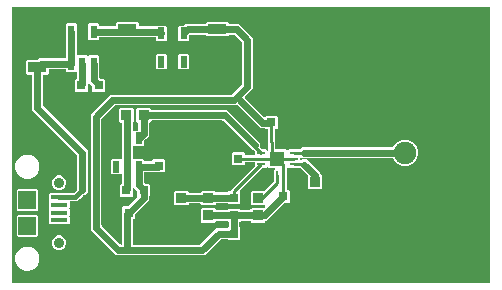
<source format=gtl>
G04 EAGLE Gerber RS-274X export*
G75*
%MOMM*%
%FSLAX34Y34*%
%LPD*%
%INTop Copper*%
%IPPOS*%
%AMOC8*
5,1,8,0,0,1.08239X$1,22.5*%
G01*
%ADD10R,0.700000X0.250000*%
%ADD11R,0.250000X0.700000*%
%ADD12R,1.270000X1.270000*%
%ADD13R,0.950000X0.950000*%
%ADD14R,0.800000X0.800000*%
%ADD15R,0.600000X1.000000*%
%ADD16C,1.905000*%
%ADD17P,2.749271X8X202.500000*%
%ADD18R,0.600000X1.100000*%
%ADD19R,1.600000X0.900000*%
%ADD20R,1.450000X0.400000*%
%ADD21C,0.900000*%
%ADD22R,1.500000X1.550000*%
%ADD23C,0.654000*%
%ADD24C,0.254000*%
%ADD25C,0.609600*%
%ADD26C,0.558800*%
%ADD27C,0.406400*%

G36*
X408198Y3814D02*
X408198Y3814D01*
X408217Y3812D01*
X408319Y3834D01*
X408421Y3850D01*
X408438Y3860D01*
X408458Y3864D01*
X408547Y3917D01*
X408638Y3966D01*
X408652Y3980D01*
X408669Y3990D01*
X408736Y4069D01*
X408808Y4144D01*
X408816Y4162D01*
X408829Y4177D01*
X408868Y4273D01*
X408911Y4367D01*
X408913Y4387D01*
X408921Y4405D01*
X408939Y4572D01*
X408939Y236728D01*
X408936Y236748D01*
X408938Y236767D01*
X408916Y236869D01*
X408900Y236971D01*
X408890Y236988D01*
X408886Y237008D01*
X408833Y237097D01*
X408784Y237188D01*
X408770Y237202D01*
X408760Y237219D01*
X408681Y237286D01*
X408606Y237358D01*
X408588Y237366D01*
X408573Y237379D01*
X408477Y237418D01*
X408383Y237461D01*
X408363Y237463D01*
X408345Y237471D01*
X408178Y237489D01*
X4572Y237489D01*
X4552Y237486D01*
X4533Y237488D01*
X4431Y237466D01*
X4329Y237450D01*
X4312Y237440D01*
X4292Y237436D01*
X4203Y237383D01*
X4112Y237334D01*
X4098Y237320D01*
X4081Y237310D01*
X4014Y237231D01*
X3942Y237156D01*
X3934Y237138D01*
X3921Y237123D01*
X3882Y237027D01*
X3839Y236933D01*
X3837Y236913D01*
X3829Y236895D01*
X3811Y236728D01*
X3811Y4572D01*
X3814Y4552D01*
X3812Y4533D01*
X3834Y4431D01*
X3850Y4329D01*
X3860Y4312D01*
X3864Y4292D01*
X3917Y4203D01*
X3966Y4112D01*
X3980Y4098D01*
X3990Y4081D01*
X4069Y4014D01*
X4144Y3942D01*
X4162Y3934D01*
X4177Y3921D01*
X4273Y3882D01*
X4367Y3839D01*
X4387Y3837D01*
X4405Y3829D01*
X4572Y3811D01*
X408178Y3811D01*
X408198Y3814D01*
G37*
%LPC*%
G36*
X92086Y27177D02*
X92086Y27177D01*
X70357Y48906D01*
X70357Y146674D01*
X87006Y163323D01*
X189561Y163323D01*
X189651Y163337D01*
X189742Y163345D01*
X189771Y163357D01*
X189803Y163362D01*
X189884Y163405D01*
X189968Y163441D01*
X190000Y163467D01*
X190021Y163478D01*
X190043Y163501D01*
X190099Y163546D01*
X198404Y171851D01*
X198457Y171925D01*
X198517Y171995D01*
X198529Y172025D01*
X198548Y172051D01*
X198575Y172138D01*
X198609Y172223D01*
X198613Y172264D01*
X198620Y172286D01*
X198619Y172318D01*
X198627Y172389D01*
X198627Y207341D01*
X198613Y207431D01*
X198605Y207522D01*
X198593Y207551D01*
X198588Y207583D01*
X198545Y207664D01*
X198509Y207748D01*
X198483Y207780D01*
X198472Y207801D01*
X198449Y207823D01*
X198404Y207879D01*
X192379Y213904D01*
X192305Y213957D01*
X192235Y214017D01*
X192205Y214029D01*
X192179Y214048D01*
X192092Y214075D01*
X192007Y214109D01*
X191966Y214113D01*
X191944Y214120D01*
X191912Y214119D01*
X191841Y214127D01*
X188086Y214127D01*
X188066Y214124D01*
X188047Y214126D01*
X187945Y214104D01*
X187843Y214088D01*
X187826Y214078D01*
X187806Y214074D01*
X187717Y214021D01*
X187626Y213972D01*
X187612Y213958D01*
X187595Y213948D01*
X187528Y213869D01*
X187456Y213794D01*
X187448Y213776D01*
X187435Y213761D01*
X187396Y213665D01*
X187375Y213619D01*
X186432Y212675D01*
X169168Y212675D01*
X168236Y213608D01*
X168236Y213609D01*
X168226Y213626D01*
X168222Y213646D01*
X168169Y213735D01*
X168120Y213826D01*
X168106Y213840D01*
X168096Y213857D01*
X168017Y213924D01*
X167942Y213996D01*
X167924Y214004D01*
X167909Y214017D01*
X167813Y214056D01*
X167719Y214099D01*
X167699Y214101D01*
X167681Y214109D01*
X167514Y214127D01*
X154909Y214127D01*
X154820Y214113D01*
X154728Y214105D01*
X154699Y214093D01*
X154667Y214088D01*
X154586Y214045D01*
X154502Y214009D01*
X154470Y213983D01*
X154449Y213972D01*
X154427Y213949D01*
X154371Y213904D01*
X153948Y213481D01*
X153895Y213407D01*
X153835Y213337D01*
X153823Y213307D01*
X153804Y213281D01*
X153777Y213194D01*
X153743Y213109D01*
X153739Y213068D01*
X153732Y213046D01*
X153733Y213014D01*
X153725Y212943D01*
X153725Y209568D01*
X152832Y208675D01*
X145568Y208675D01*
X144675Y209568D01*
X144675Y212943D01*
X144661Y213033D01*
X144653Y213124D01*
X144641Y213154D01*
X144636Y213185D01*
X144627Y213201D01*
X144627Y217217D01*
X144657Y217291D01*
X144661Y217331D01*
X144668Y217354D01*
X144667Y217386D01*
X144675Y217457D01*
X144675Y220832D01*
X145568Y221725D01*
X148943Y221725D01*
X149033Y221739D01*
X149124Y221747D01*
X149153Y221759D01*
X149185Y221764D01*
X149266Y221807D01*
X149350Y221843D01*
X149382Y221869D01*
X149403Y221880D01*
X149425Y221903D01*
X149481Y221948D01*
X150806Y223273D01*
X167514Y223273D01*
X167534Y223276D01*
X167553Y223274D01*
X167655Y223296D01*
X167757Y223312D01*
X167774Y223322D01*
X167794Y223326D01*
X167883Y223379D01*
X167974Y223428D01*
X167988Y223442D01*
X168005Y223452D01*
X168072Y223531D01*
X168144Y223606D01*
X168152Y223624D01*
X168165Y223639D01*
X168204Y223735D01*
X168225Y223781D01*
X169168Y224725D01*
X186432Y224725D01*
X187364Y223792D01*
X187364Y223791D01*
X187374Y223774D01*
X187378Y223754D01*
X187431Y223665D01*
X187480Y223574D01*
X187494Y223560D01*
X187504Y223543D01*
X187583Y223476D01*
X187658Y223404D01*
X187676Y223396D01*
X187691Y223383D01*
X187787Y223344D01*
X187881Y223301D01*
X187901Y223299D01*
X187919Y223291D01*
X188086Y223273D01*
X195944Y223273D01*
X207773Y211444D01*
X207773Y168286D01*
X201315Y161828D01*
X201303Y161812D01*
X201288Y161800D01*
X201232Y161712D01*
X201172Y161629D01*
X201166Y161610D01*
X201155Y161593D01*
X201130Y161492D01*
X201099Y161393D01*
X201100Y161374D01*
X201095Y161354D01*
X201103Y161251D01*
X201106Y161148D01*
X201112Y161129D01*
X201114Y161109D01*
X201154Y161014D01*
X201190Y160917D01*
X201203Y160901D01*
X201210Y160883D01*
X201315Y160752D01*
X217267Y144800D01*
X217283Y144788D01*
X217296Y144773D01*
X217383Y144717D01*
X217467Y144656D01*
X217486Y144650D01*
X217503Y144640D01*
X217603Y144614D01*
X217702Y144584D01*
X217722Y144584D01*
X217741Y144580D01*
X217844Y144588D01*
X217948Y144590D01*
X217966Y144597D01*
X217986Y144599D01*
X218081Y144639D01*
X218179Y144675D01*
X218194Y144687D01*
X218213Y144695D01*
X218344Y144800D01*
X218888Y145345D01*
X228152Y145345D01*
X229045Y144452D01*
X229045Y135188D01*
X228152Y134295D01*
X227076Y134295D01*
X227056Y134292D01*
X227037Y134294D01*
X226935Y134272D01*
X226833Y134256D01*
X226816Y134246D01*
X226796Y134242D01*
X226707Y134189D01*
X226616Y134140D01*
X226602Y134126D01*
X226585Y134116D01*
X226518Y134037D01*
X226446Y133962D01*
X226438Y133944D01*
X226425Y133929D01*
X226386Y133833D01*
X226343Y133739D01*
X226341Y133719D01*
X226333Y133701D01*
X226315Y133534D01*
X226315Y127727D01*
X226329Y127637D01*
X226337Y127546D01*
X226349Y127516D01*
X226354Y127484D01*
X226375Y127446D01*
X226375Y124713D01*
X226389Y124623D01*
X226395Y124556D01*
X226395Y117856D01*
X226398Y117836D01*
X226396Y117817D01*
X226418Y117715D01*
X226434Y117613D01*
X226444Y117596D01*
X226448Y117576D01*
X226501Y117487D01*
X226550Y117396D01*
X226564Y117382D01*
X226574Y117365D01*
X226653Y117298D01*
X226728Y117226D01*
X226746Y117218D01*
X226761Y117205D01*
X226857Y117166D01*
X226951Y117123D01*
X226971Y117121D01*
X226989Y117113D01*
X227156Y117095D01*
X235582Y117095D01*
X236537Y116140D01*
X236553Y116128D01*
X236565Y116112D01*
X236653Y116056D01*
X236736Y115996D01*
X236755Y115990D01*
X236772Y115979D01*
X236873Y115954D01*
X236972Y115924D01*
X236991Y115924D01*
X237011Y115919D01*
X237114Y115927D01*
X237217Y115930D01*
X237236Y115937D01*
X237256Y115938D01*
X237351Y115979D01*
X237448Y116014D01*
X237464Y116027D01*
X237482Y116035D01*
X237613Y116140D01*
X238468Y116995D01*
X241107Y116995D01*
X241197Y117009D01*
X241288Y117017D01*
X241318Y117029D01*
X241350Y117034D01*
X241430Y117077D01*
X241472Y117095D01*
X247832Y117095D01*
X247922Y117109D01*
X248013Y117117D01*
X248043Y117129D01*
X248075Y117134D01*
X248155Y117177D01*
X248239Y117213D01*
X248271Y117239D01*
X248292Y117250D01*
X248314Y117273D01*
X248370Y117318D01*
X249671Y118619D01*
X325870Y118619D01*
X325985Y118638D01*
X326101Y118655D01*
X326107Y118657D01*
X326113Y118658D01*
X326215Y118713D01*
X326320Y118766D01*
X326325Y118771D01*
X326330Y118774D01*
X326410Y118858D01*
X326493Y118942D01*
X326496Y118948D01*
X326500Y118952D01*
X326507Y118969D01*
X326573Y119089D01*
X327183Y120559D01*
X330291Y123667D01*
X334352Y125350D01*
X338748Y125350D01*
X342809Y123667D01*
X345917Y120559D01*
X347600Y116498D01*
X347600Y112102D01*
X345917Y108041D01*
X342809Y104933D01*
X338748Y103250D01*
X334352Y103250D01*
X330291Y104933D01*
X327183Y108041D01*
X326573Y109511D01*
X326512Y109611D01*
X326452Y109711D01*
X326447Y109715D01*
X326444Y109720D01*
X326354Y109795D01*
X326265Y109871D01*
X326259Y109873D01*
X326254Y109877D01*
X326146Y109919D01*
X326037Y109963D01*
X326029Y109964D01*
X326025Y109965D01*
X326006Y109966D01*
X325870Y109981D01*
X249671Y109981D01*
X248924Y110728D01*
X248866Y110770D01*
X248814Y110819D01*
X248767Y110841D01*
X248725Y110872D01*
X248656Y110893D01*
X248591Y110923D01*
X248539Y110929D01*
X248489Y110944D01*
X248418Y110942D01*
X248347Y110950D01*
X248296Y110939D01*
X248244Y110938D01*
X248176Y110913D01*
X248106Y110898D01*
X248061Y110871D01*
X248013Y110853D01*
X247957Y110808D01*
X247895Y110772D01*
X247861Y110732D01*
X247821Y110700D01*
X247782Y110639D01*
X247735Y110585D01*
X247716Y110536D01*
X247688Y110493D01*
X247670Y110423D01*
X247643Y110357D01*
X247635Y110285D01*
X247627Y110254D01*
X247629Y110231D01*
X247625Y110190D01*
X247625Y108250D01*
X247636Y108179D01*
X247638Y108108D01*
X247656Y108059D01*
X247664Y108007D01*
X247698Y107944D01*
X247723Y107877D01*
X247755Y107836D01*
X247780Y107790D01*
X247832Y107741D01*
X247876Y107685D01*
X247920Y107657D01*
X247958Y107621D01*
X248023Y107590D01*
X248083Y107552D01*
X248134Y107539D01*
X248181Y107517D01*
X248252Y107509D01*
X248322Y107492D01*
X248374Y107496D01*
X248425Y107490D01*
X248496Y107505D01*
X248567Y107511D01*
X248615Y107531D01*
X248666Y107542D01*
X248727Y107579D01*
X248793Y107607D01*
X248849Y107652D01*
X248877Y107668D01*
X248892Y107686D01*
X248924Y107712D01*
X249671Y108459D01*
X253249Y108459D01*
X264669Y97039D01*
X264669Y96836D01*
X264672Y96816D01*
X264670Y96797D01*
X264692Y96695D01*
X264708Y96593D01*
X264718Y96576D01*
X264722Y96556D01*
X264775Y96467D01*
X264824Y96376D01*
X264838Y96362D01*
X264848Y96345D01*
X264927Y96278D01*
X265002Y96206D01*
X265020Y96198D01*
X265035Y96185D01*
X265131Y96146D01*
X265225Y96103D01*
X265245Y96101D01*
X265263Y96093D01*
X265430Y96075D01*
X265732Y96075D01*
X266625Y95182D01*
X266625Y84418D01*
X265732Y83525D01*
X254968Y83525D01*
X254075Y84418D01*
X254075Y95102D01*
X254061Y95192D01*
X254053Y95283D01*
X254041Y95313D01*
X254036Y95345D01*
X253993Y95425D01*
X253957Y95509D01*
X253931Y95541D01*
X253920Y95562D01*
X253897Y95584D01*
X253852Y95640D01*
X248290Y101202D01*
X248216Y101255D01*
X248147Y101315D01*
X248117Y101327D01*
X248090Y101346D01*
X248003Y101373D01*
X247919Y101407D01*
X247878Y101411D01*
X247855Y101418D01*
X247823Y101417D01*
X247752Y101425D01*
X241278Y101425D01*
X241274Y101427D01*
X241233Y101431D01*
X241211Y101438D01*
X241178Y101437D01*
X241107Y101445D01*
X238468Y101445D01*
X237694Y102219D01*
X237636Y102261D01*
X237584Y102311D01*
X237537Y102333D01*
X237495Y102363D01*
X237426Y102384D01*
X237361Y102414D01*
X237309Y102420D01*
X237259Y102435D01*
X237188Y102433D01*
X237117Y102441D01*
X237066Y102430D01*
X237014Y102429D01*
X236946Y102404D01*
X236876Y102389D01*
X236831Y102362D01*
X236783Y102345D01*
X236727Y102300D01*
X236665Y102263D01*
X236631Y102223D01*
X236591Y102191D01*
X236552Y102131D01*
X236505Y102076D01*
X236486Y102028D01*
X236458Y101984D01*
X236440Y101914D01*
X236413Y101848D01*
X236405Y101777D01*
X236397Y101745D01*
X236399Y101722D01*
X236395Y101681D01*
X236395Y83636D01*
X236398Y83616D01*
X236396Y83597D01*
X236418Y83495D01*
X236434Y83393D01*
X236444Y83376D01*
X236448Y83356D01*
X236501Y83267D01*
X236550Y83176D01*
X236564Y83162D01*
X236574Y83145D01*
X236653Y83078D01*
X236728Y83006D01*
X236746Y82998D01*
X236761Y82985D01*
X236857Y82946D01*
X236951Y82903D01*
X236971Y82901D01*
X236989Y82893D01*
X237156Y82875D01*
X238312Y82875D01*
X239205Y81982D01*
X239205Y72718D01*
X238312Y71825D01*
X234937Y71825D01*
X234847Y71811D01*
X234756Y71803D01*
X234727Y71791D01*
X234695Y71786D01*
X234614Y71743D01*
X234530Y71707D01*
X234498Y71681D01*
X234477Y71670D01*
X234455Y71647D01*
X234399Y71602D01*
X219554Y56757D01*
X219126Y56757D01*
X219106Y56754D01*
X219087Y56756D01*
X218985Y56734D01*
X218883Y56718D01*
X218866Y56708D01*
X218846Y56704D01*
X218757Y56651D01*
X218666Y56602D01*
X218652Y56588D01*
X218635Y56578D01*
X218568Y56499D01*
X218496Y56424D01*
X218488Y56406D01*
X218475Y56391D01*
X218436Y56295D01*
X218393Y56201D01*
X218391Y56181D01*
X218383Y56163D01*
X218365Y55996D01*
X218365Y55948D01*
X217472Y55055D01*
X206708Y55055D01*
X205815Y55948D01*
X205815Y55996D01*
X205812Y56016D01*
X205814Y56035D01*
X205792Y56137D01*
X205776Y56239D01*
X205766Y56256D01*
X205762Y56276D01*
X205709Y56365D01*
X205660Y56456D01*
X205646Y56470D01*
X205636Y56487D01*
X205557Y56554D01*
X205482Y56626D01*
X205464Y56634D01*
X205449Y56647D01*
X205353Y56686D01*
X205259Y56729D01*
X205239Y56731D01*
X205221Y56739D01*
X205054Y56757D01*
X197919Y56757D01*
X197829Y56743D01*
X197738Y56735D01*
X197708Y56723D01*
X197676Y56718D01*
X197595Y56675D01*
X197512Y56639D01*
X197479Y56613D01*
X197459Y56602D01*
X197437Y56579D01*
X197381Y56534D01*
X196566Y55719D01*
X196513Y55645D01*
X196453Y55576D01*
X196441Y55546D01*
X196422Y55520D01*
X196395Y55433D01*
X196361Y55348D01*
X196357Y55307D01*
X196350Y55285D01*
X196351Y55252D01*
X196343Y55181D01*
X196343Y51499D01*
X196357Y51409D01*
X196365Y51318D01*
X196377Y51288D01*
X196382Y51256D01*
X196425Y51175D01*
X196461Y51092D01*
X196487Y51059D01*
X196498Y51039D01*
X196521Y51017D01*
X196566Y50961D01*
X197295Y50232D01*
X197295Y40968D01*
X196402Y40075D01*
X187138Y40075D01*
X186409Y40804D01*
X186335Y40857D01*
X186266Y40917D01*
X186236Y40929D01*
X186210Y40948D01*
X186123Y40975D01*
X186038Y41009D01*
X185997Y41013D01*
X185975Y41020D01*
X185942Y41019D01*
X185871Y41027D01*
X181159Y41027D01*
X181069Y41013D01*
X180978Y41005D01*
X180949Y40993D01*
X180917Y40988D01*
X180836Y40945D01*
X180752Y40909D01*
X180720Y40883D01*
X180699Y40872D01*
X180677Y40849D01*
X180621Y40804D01*
X166994Y27177D01*
X92086Y27177D01*
G37*
%LPD*%
G36*
X162981Y36337D02*
X162981Y36337D01*
X163072Y36345D01*
X163101Y36357D01*
X163133Y36362D01*
X163214Y36405D01*
X163298Y36441D01*
X163330Y36467D01*
X163351Y36478D01*
X163373Y36501D01*
X163429Y36546D01*
X177056Y50173D01*
X185871Y50173D01*
X185961Y50187D01*
X186052Y50195D01*
X186082Y50207D01*
X186114Y50212D01*
X186195Y50255D01*
X186278Y50291D01*
X186311Y50317D01*
X186331Y50328D01*
X186353Y50351D01*
X186409Y50396D01*
X186974Y50961D01*
X187027Y51035D01*
X187087Y51104D01*
X187099Y51134D01*
X187118Y51160D01*
X187145Y51247D01*
X187179Y51332D01*
X187183Y51373D01*
X187190Y51395D01*
X187189Y51428D01*
X187197Y51499D01*
X187197Y55181D01*
X187183Y55271D01*
X187175Y55362D01*
X187163Y55392D01*
X187158Y55424D01*
X187115Y55505D01*
X187079Y55588D01*
X187053Y55621D01*
X187042Y55641D01*
X187019Y55663D01*
X186974Y55719D01*
X186409Y56284D01*
X186335Y56337D01*
X186266Y56397D01*
X186236Y56409D01*
X186210Y56428D01*
X186123Y56455D01*
X186038Y56489D01*
X185997Y56493D01*
X185975Y56500D01*
X185942Y56499D01*
X185871Y56507D01*
X177216Y56507D01*
X177196Y56504D01*
X177177Y56506D01*
X177075Y56484D01*
X176973Y56468D01*
X176956Y56458D01*
X176936Y56454D01*
X176847Y56401D01*
X176756Y56352D01*
X176742Y56338D01*
X176725Y56328D01*
X176658Y56249D01*
X176586Y56174D01*
X176578Y56156D01*
X176565Y56141D01*
X176526Y56045D01*
X176505Y55999D01*
X175562Y55055D01*
X164798Y55055D01*
X163905Y55948D01*
X163905Y66712D01*
X164798Y67605D01*
X175562Y67605D01*
X176455Y66712D01*
X176455Y66414D01*
X176458Y66394D01*
X176456Y66375D01*
X176478Y66273D01*
X176494Y66171D01*
X176504Y66154D01*
X176508Y66134D01*
X176561Y66045D01*
X176610Y65954D01*
X176624Y65940D01*
X176634Y65923D01*
X176713Y65856D01*
X176788Y65784D01*
X176806Y65776D01*
X176821Y65763D01*
X176917Y65724D01*
X177011Y65681D01*
X177031Y65679D01*
X177049Y65671D01*
X177216Y65653D01*
X185871Y65653D01*
X185961Y65667D01*
X186052Y65675D01*
X186082Y65687D01*
X186114Y65692D01*
X186195Y65735D01*
X186278Y65771D01*
X186311Y65797D01*
X186331Y65808D01*
X186353Y65831D01*
X186409Y65876D01*
X187138Y66605D01*
X196402Y66605D01*
X196881Y66126D01*
X196955Y66073D01*
X197024Y66013D01*
X197054Y66001D01*
X197080Y65982D01*
X197167Y65955D01*
X197252Y65921D01*
X197293Y65917D01*
X197315Y65910D01*
X197348Y65911D01*
X197419Y65903D01*
X205054Y65903D01*
X205074Y65906D01*
X205093Y65904D01*
X205195Y65926D01*
X205297Y65942D01*
X205314Y65952D01*
X205334Y65956D01*
X205423Y66009D01*
X205514Y66058D01*
X205528Y66072D01*
X205545Y66082D01*
X205612Y66161D01*
X205684Y66236D01*
X205692Y66254D01*
X205705Y66269D01*
X205744Y66365D01*
X205787Y66459D01*
X205789Y66479D01*
X205797Y66497D01*
X205815Y66664D01*
X205815Y66712D01*
X206708Y67605D01*
X217153Y67605D01*
X217242Y67619D01*
X217334Y67627D01*
X217363Y67639D01*
X217395Y67644D01*
X217476Y67687D01*
X217560Y67723D01*
X217592Y67749D01*
X217613Y67760D01*
X217635Y67783D01*
X217691Y67828D01*
X218119Y68256D01*
X218161Y68314D01*
X218210Y68366D01*
X218232Y68413D01*
X218262Y68455D01*
X218284Y68524D01*
X218314Y68589D01*
X218319Y68641D01*
X218335Y68691D01*
X218333Y68762D01*
X218341Y68833D01*
X218330Y68884D01*
X218328Y68936D01*
X218304Y69004D01*
X218289Y69074D01*
X218262Y69119D01*
X218244Y69167D01*
X218199Y69223D01*
X218162Y69285D01*
X218123Y69319D01*
X218090Y69359D01*
X218030Y69398D01*
X217976Y69445D01*
X217927Y69464D01*
X217883Y69492D01*
X217814Y69510D01*
X217747Y69537D01*
X217676Y69545D01*
X217645Y69553D01*
X217622Y69551D01*
X217581Y69555D01*
X206708Y69555D01*
X205815Y70448D01*
X205815Y81212D01*
X206708Y82105D01*
X217537Y82105D01*
X217627Y82119D01*
X217718Y82127D01*
X217748Y82139D01*
X217780Y82144D01*
X217860Y82187D01*
X217944Y82223D01*
X217976Y82249D01*
X217997Y82260D01*
X218019Y82283D01*
X218075Y82328D01*
X225582Y89835D01*
X225635Y89909D01*
X225695Y89978D01*
X225707Y90008D01*
X225726Y90034D01*
X225753Y90121D01*
X225787Y90206D01*
X225791Y90247D01*
X225798Y90269D01*
X225797Y90302D01*
X225805Y90373D01*
X225805Y96542D01*
X225807Y96546D01*
X225811Y96587D01*
X225818Y96609D01*
X225817Y96642D01*
X225825Y96713D01*
X225825Y99352D01*
X226519Y100046D01*
X226561Y100104D01*
X226611Y100156D01*
X226633Y100203D01*
X226663Y100245D01*
X226684Y100314D01*
X226714Y100379D01*
X226720Y100431D01*
X226735Y100481D01*
X226733Y100552D01*
X226741Y100623D01*
X226730Y100674D01*
X226729Y100726D01*
X226704Y100794D01*
X226689Y100864D01*
X226662Y100909D01*
X226645Y100957D01*
X226600Y101013D01*
X226563Y101075D01*
X226523Y101109D01*
X226491Y101149D01*
X226431Y101188D01*
X226376Y101235D01*
X226328Y101254D01*
X226284Y101282D01*
X226214Y101300D01*
X226148Y101327D01*
X226077Y101335D01*
X226045Y101343D01*
X226022Y101341D01*
X225981Y101345D01*
X221618Y101345D01*
X220663Y102300D01*
X220647Y102312D01*
X220635Y102328D01*
X220547Y102384D01*
X220464Y102444D01*
X220445Y102450D01*
X220428Y102461D01*
X220327Y102486D01*
X220228Y102516D01*
X220209Y102516D01*
X220189Y102521D01*
X220086Y102513D01*
X219983Y102510D01*
X219964Y102503D01*
X219944Y102502D01*
X219849Y102461D01*
X219752Y102426D01*
X219736Y102413D01*
X219718Y102405D01*
X219587Y102300D01*
X218732Y101445D01*
X216093Y101445D01*
X216003Y101431D01*
X215912Y101423D01*
X215882Y101411D01*
X215850Y101406D01*
X215770Y101363D01*
X215686Y101327D01*
X215654Y101301D01*
X215633Y101290D01*
X215611Y101267D01*
X215555Y101222D01*
X196708Y82375D01*
X196696Y82359D01*
X196680Y82347D01*
X196624Y82259D01*
X196564Y82176D01*
X196558Y82157D01*
X196547Y82140D01*
X196522Y82039D01*
X196492Y81940D01*
X196492Y81921D01*
X196487Y81901D01*
X196495Y81798D01*
X196498Y81695D01*
X196505Y81676D01*
X196506Y81656D01*
X196547Y81561D01*
X196583Y81464D01*
X196595Y81448D01*
X196603Y81430D01*
X196708Y81299D01*
X197295Y80712D01*
X197295Y71448D01*
X196402Y70555D01*
X187138Y70555D01*
X186409Y71284D01*
X186335Y71337D01*
X186266Y71397D01*
X186236Y71409D01*
X186210Y71428D01*
X186123Y71455D01*
X186038Y71489D01*
X185997Y71493D01*
X185975Y71500D01*
X185942Y71499D01*
X185871Y71507D01*
X177216Y71507D01*
X177196Y71504D01*
X177177Y71506D01*
X177075Y71484D01*
X176973Y71468D01*
X176956Y71458D01*
X176936Y71454D01*
X176847Y71401D01*
X176756Y71352D01*
X176742Y71338D01*
X176725Y71328D01*
X176658Y71249D01*
X176586Y71174D01*
X176578Y71156D01*
X176565Y71141D01*
X176526Y71045D01*
X176483Y70951D01*
X176481Y70931D01*
X176473Y70913D01*
X176455Y70746D01*
X176455Y70448D01*
X175562Y69555D01*
X164798Y69555D01*
X163905Y70448D01*
X163905Y70496D01*
X163902Y70516D01*
X163904Y70535D01*
X163882Y70637D01*
X163866Y70739D01*
X163856Y70756D01*
X163852Y70776D01*
X163799Y70865D01*
X163750Y70956D01*
X163736Y70970D01*
X163726Y70987D01*
X163647Y71054D01*
X163572Y71126D01*
X163554Y71134D01*
X163539Y71147D01*
X163443Y71186D01*
X163349Y71229D01*
X163329Y71231D01*
X163311Y71239D01*
X163144Y71257D01*
X154356Y71257D01*
X154336Y71254D01*
X154317Y71256D01*
X154215Y71234D01*
X154113Y71218D01*
X154096Y71208D01*
X154076Y71204D01*
X153987Y71151D01*
X153896Y71102D01*
X153882Y71088D01*
X153865Y71078D01*
X153798Y70999D01*
X153726Y70924D01*
X153718Y70906D01*
X153705Y70891D01*
X153666Y70795D01*
X153623Y70701D01*
X153621Y70681D01*
X153613Y70663D01*
X153595Y70496D01*
X153595Y70448D01*
X152702Y69555D01*
X141938Y69555D01*
X141045Y70448D01*
X141045Y81212D01*
X141938Y82105D01*
X152702Y82105D01*
X153595Y81212D01*
X153595Y81164D01*
X153598Y81144D01*
X153596Y81125D01*
X153618Y81023D01*
X153634Y80921D01*
X153644Y80904D01*
X153648Y80884D01*
X153701Y80795D01*
X153750Y80704D01*
X153764Y80690D01*
X153774Y80673D01*
X153853Y80606D01*
X153928Y80534D01*
X153946Y80526D01*
X153961Y80513D01*
X154057Y80474D01*
X154151Y80431D01*
X154171Y80429D01*
X154189Y80421D01*
X154356Y80403D01*
X163144Y80403D01*
X163164Y80406D01*
X163183Y80404D01*
X163285Y80426D01*
X163387Y80442D01*
X163404Y80452D01*
X163424Y80456D01*
X163513Y80509D01*
X163604Y80558D01*
X163618Y80572D01*
X163635Y80582D01*
X163702Y80661D01*
X163774Y80736D01*
X163782Y80754D01*
X163795Y80769D01*
X163834Y80865D01*
X163877Y80959D01*
X163879Y80979D01*
X163887Y80997D01*
X163905Y81164D01*
X163905Y81212D01*
X164798Y82105D01*
X175562Y82105D01*
X176494Y81172D01*
X176494Y81171D01*
X176504Y81154D01*
X176508Y81134D01*
X176561Y81045D01*
X176610Y80954D01*
X176624Y80940D01*
X176634Y80923D01*
X176713Y80856D01*
X176788Y80784D01*
X176806Y80776D01*
X176821Y80763D01*
X176917Y80724D01*
X177011Y80681D01*
X177031Y80679D01*
X177049Y80671D01*
X177216Y80653D01*
X185871Y80653D01*
X185961Y80667D01*
X186052Y80675D01*
X186082Y80687D01*
X186114Y80692D01*
X186195Y80735D01*
X186278Y80771D01*
X186311Y80797D01*
X186331Y80808D01*
X186353Y80831D01*
X186409Y80876D01*
X187138Y81605D01*
X188214Y81605D01*
X188234Y81608D01*
X188253Y81606D01*
X188355Y81628D01*
X188457Y81644D01*
X188474Y81654D01*
X188494Y81658D01*
X188583Y81711D01*
X188674Y81760D01*
X188688Y81774D01*
X188705Y81784D01*
X188772Y81863D01*
X188844Y81938D01*
X188852Y81956D01*
X188865Y81971D01*
X188904Y82067D01*
X188947Y82161D01*
X188949Y82181D01*
X188957Y82199D01*
X188975Y82366D01*
X188975Y82548D01*
X209352Y102925D01*
X209405Y102999D01*
X209465Y103068D01*
X209477Y103098D01*
X209496Y103124D01*
X209523Y103211D01*
X209557Y103296D01*
X209561Y103337D01*
X209568Y103359D01*
X209567Y103392D01*
X209575Y103463D01*
X209575Y105664D01*
X209572Y105684D01*
X209574Y105703D01*
X209552Y105805D01*
X209536Y105907D01*
X209526Y105924D01*
X209522Y105944D01*
X209469Y106033D01*
X209420Y106124D01*
X209406Y106138D01*
X209396Y106155D01*
X209317Y106222D01*
X209242Y106294D01*
X209224Y106302D01*
X209209Y106315D01*
X209113Y106354D01*
X209019Y106397D01*
X208999Y106399D01*
X208981Y106407D01*
X208814Y106425D01*
X201866Y106425D01*
X201846Y106422D01*
X201827Y106424D01*
X201725Y106402D01*
X201623Y106386D01*
X201606Y106376D01*
X201586Y106372D01*
X201497Y106319D01*
X201406Y106270D01*
X201392Y106256D01*
X201375Y106246D01*
X201308Y106167D01*
X201236Y106092D01*
X201228Y106074D01*
X201215Y106059D01*
X201176Y105963D01*
X201133Y105869D01*
X201131Y105849D01*
X201123Y105831D01*
X201105Y105664D01*
X201105Y104588D01*
X200212Y103695D01*
X190948Y103695D01*
X190055Y104588D01*
X190055Y113852D01*
X190948Y114745D01*
X200212Y114745D01*
X201105Y113852D01*
X201105Y112776D01*
X201108Y112756D01*
X201106Y112737D01*
X201128Y112635D01*
X201144Y112533D01*
X201154Y112516D01*
X201158Y112496D01*
X201211Y112407D01*
X201260Y112316D01*
X201274Y112302D01*
X201284Y112285D01*
X201363Y112218D01*
X201438Y112146D01*
X201456Y112138D01*
X201471Y112125D01*
X201567Y112086D01*
X201661Y112043D01*
X201681Y112041D01*
X201699Y112033D01*
X201866Y112015D01*
X208814Y112015D01*
X208834Y112018D01*
X208853Y112016D01*
X208955Y112038D01*
X209057Y112054D01*
X209074Y112064D01*
X209094Y112068D01*
X209183Y112121D01*
X209274Y112170D01*
X209288Y112184D01*
X209305Y112194D01*
X209372Y112273D01*
X209444Y112348D01*
X209452Y112366D01*
X209465Y112381D01*
X209504Y112477D01*
X209547Y112571D01*
X209549Y112591D01*
X209557Y112609D01*
X209575Y112776D01*
X209575Y114977D01*
X209574Y114987D01*
X209574Y114993D01*
X209568Y115021D01*
X209561Y115067D01*
X209553Y115158D01*
X209541Y115188D01*
X209536Y115220D01*
X209493Y115300D01*
X209457Y115384D01*
X209431Y115416D01*
X209420Y115437D01*
X209397Y115459D01*
X209352Y115515D01*
X209013Y115854D01*
X208939Y115907D01*
X208870Y115967D01*
X208840Y115979D01*
X208814Y115998D01*
X208727Y116025D01*
X208642Y116059D01*
X208601Y116063D01*
X208579Y116070D01*
X208546Y116069D01*
X208475Y116077D01*
X207656Y116077D01*
X182479Y141254D01*
X182405Y141307D01*
X182335Y141367D01*
X182305Y141379D01*
X182279Y141398D01*
X182192Y141425D01*
X182107Y141459D01*
X182066Y141463D01*
X182044Y141470D01*
X182012Y141469D01*
X181941Y141477D01*
X122236Y141477D01*
X122216Y141474D01*
X122197Y141476D01*
X122095Y141454D01*
X121993Y141438D01*
X121976Y141428D01*
X121956Y141424D01*
X121867Y141371D01*
X121776Y141322D01*
X121762Y141308D01*
X121745Y141298D01*
X121678Y141219D01*
X121606Y141144D01*
X121598Y141126D01*
X121585Y141111D01*
X121546Y141015D01*
X121503Y140921D01*
X121501Y140901D01*
X121493Y140883D01*
X121475Y140716D01*
X121475Y140668D01*
X120582Y139775D01*
X120534Y139775D01*
X120514Y139772D01*
X120495Y139774D01*
X120393Y139752D01*
X120291Y139736D01*
X120274Y139726D01*
X120254Y139722D01*
X120165Y139669D01*
X120074Y139620D01*
X120060Y139606D01*
X120043Y139596D01*
X119976Y139517D01*
X119904Y139442D01*
X119896Y139424D01*
X119883Y139409D01*
X119844Y139313D01*
X119801Y139219D01*
X119799Y139199D01*
X119791Y139181D01*
X119773Y139014D01*
X119773Y128506D01*
X116871Y125604D01*
X115848Y124581D01*
X115795Y124507D01*
X115735Y124437D01*
X115723Y124407D01*
X115704Y124381D01*
X115677Y124294D01*
X115643Y124209D01*
X115639Y124168D01*
X115632Y124146D01*
X115633Y124114D01*
X115625Y124043D01*
X115625Y120668D01*
X114732Y119775D01*
X107467Y119775D01*
X107414Y119813D01*
X107362Y119863D01*
X107315Y119885D01*
X107273Y119915D01*
X107204Y119936D01*
X107139Y119966D01*
X107087Y119972D01*
X107038Y119987D01*
X106966Y119985D01*
X106895Y119993D01*
X106844Y119982D01*
X106792Y119981D01*
X106724Y119956D01*
X106654Y119941D01*
X106609Y119914D01*
X106561Y119897D01*
X106505Y119852D01*
X106443Y119815D01*
X106409Y119775D01*
X106369Y119743D01*
X106330Y119683D01*
X106283Y119628D01*
X106264Y119580D01*
X106236Y119536D01*
X106218Y119467D01*
X106191Y119400D01*
X106183Y119329D01*
X106175Y119297D01*
X106177Y119274D01*
X106173Y119233D01*
X106173Y109367D01*
X106184Y109296D01*
X106186Y109224D01*
X106204Y109175D01*
X106212Y109124D01*
X106246Y109061D01*
X106271Y108993D01*
X106303Y108953D01*
X106328Y108907D01*
X106379Y108857D01*
X106424Y108801D01*
X106468Y108773D01*
X106506Y108737D01*
X106571Y108707D01*
X106631Y108668D01*
X106682Y108656D01*
X106729Y108634D01*
X106800Y108626D01*
X106870Y108608D01*
X106922Y108612D01*
X106973Y108607D01*
X107044Y108622D01*
X107115Y108627D01*
X107163Y108648D01*
X107214Y108659D01*
X107275Y108696D01*
X107341Y108724D01*
X107397Y108769D01*
X107425Y108785D01*
X107440Y108803D01*
X107467Y108825D01*
X114732Y108825D01*
X115625Y107932D01*
X115625Y107634D01*
X115628Y107614D01*
X115626Y107595D01*
X115648Y107493D01*
X115664Y107391D01*
X115674Y107374D01*
X115678Y107354D01*
X115731Y107265D01*
X115780Y107174D01*
X115794Y107160D01*
X115804Y107143D01*
X115883Y107076D01*
X115958Y107004D01*
X115976Y106996D01*
X115991Y106983D01*
X116087Y106944D01*
X116181Y106901D01*
X116201Y106899D01*
X116219Y106891D01*
X116386Y106873D01*
X121984Y106873D01*
X122004Y106876D01*
X122023Y106874D01*
X122125Y106896D01*
X122227Y106912D01*
X122244Y106922D01*
X122264Y106926D01*
X122353Y106979D01*
X122444Y107028D01*
X122458Y107042D01*
X122475Y107052D01*
X122542Y107131D01*
X122614Y107206D01*
X122622Y107224D01*
X122635Y107239D01*
X122674Y107335D01*
X122717Y107429D01*
X122719Y107449D01*
X122727Y107467D01*
X122744Y107620D01*
X123638Y108515D01*
X132902Y108515D01*
X133795Y107622D01*
X133795Y98358D01*
X132902Y97465D01*
X123638Y97465D01*
X123599Y97504D01*
X123525Y97557D01*
X123456Y97617D01*
X123426Y97629D01*
X123400Y97648D01*
X123313Y97675D01*
X123228Y97709D01*
X123187Y97713D01*
X123165Y97720D01*
X123132Y97719D01*
X123061Y97727D01*
X116434Y97727D01*
X116414Y97724D01*
X116395Y97726D01*
X116293Y97704D01*
X116191Y97688D01*
X116174Y97678D01*
X116154Y97674D01*
X116065Y97621D01*
X115974Y97572D01*
X115960Y97558D01*
X115943Y97548D01*
X115876Y97469D01*
X115804Y97394D01*
X115796Y97376D01*
X115783Y97361D01*
X115744Y97265D01*
X115701Y97171D01*
X115699Y97151D01*
X115691Y97133D01*
X115673Y96966D01*
X115673Y89109D01*
X115687Y89020D01*
X115695Y88928D01*
X115707Y88899D01*
X115712Y88867D01*
X115755Y88786D01*
X115791Y88702D01*
X115817Y88670D01*
X115828Y88649D01*
X115851Y88627D01*
X115896Y88571D01*
X116169Y88298D01*
X116243Y88245D01*
X116313Y88185D01*
X116343Y88173D01*
X116369Y88154D01*
X116456Y88127D01*
X116541Y88093D01*
X116582Y88089D01*
X116604Y88082D01*
X116636Y88083D01*
X116707Y88075D01*
X120082Y88075D01*
X120975Y87182D01*
X120975Y77918D01*
X120246Y77189D01*
X120193Y77115D01*
X120133Y77046D01*
X120121Y77016D01*
X120102Y76990D01*
X120075Y76903D01*
X120041Y76818D01*
X120037Y76777D01*
X120030Y76755D01*
X120031Y76722D01*
X120023Y76651D01*
X120023Y74306D01*
X108498Y62781D01*
X108445Y62707D01*
X108385Y62637D01*
X108373Y62607D01*
X108354Y62581D01*
X108327Y62494D01*
X108293Y62409D01*
X108289Y62368D01*
X108282Y62346D01*
X108283Y62314D01*
X108275Y62243D01*
X108275Y58868D01*
X107382Y57975D01*
X106934Y57975D01*
X106914Y57972D01*
X106895Y57974D01*
X106793Y57952D01*
X106691Y57936D01*
X106674Y57926D01*
X106654Y57922D01*
X106565Y57869D01*
X106474Y57820D01*
X106460Y57806D01*
X106443Y57796D01*
X106376Y57717D01*
X106304Y57642D01*
X106296Y57624D01*
X106283Y57609D01*
X106244Y57513D01*
X106201Y57419D01*
X106199Y57399D01*
X106191Y57381D01*
X106173Y57214D01*
X106173Y37084D01*
X106176Y37064D01*
X106174Y37045D01*
X106196Y36943D01*
X106212Y36841D01*
X106222Y36824D01*
X106226Y36804D01*
X106279Y36715D01*
X106328Y36624D01*
X106342Y36610D01*
X106352Y36593D01*
X106431Y36526D01*
X106506Y36454D01*
X106524Y36446D01*
X106539Y36433D01*
X106635Y36394D01*
X106729Y36351D01*
X106749Y36349D01*
X106767Y36341D01*
X106934Y36323D01*
X162891Y36323D01*
X162981Y36337D01*
G37*
%LPC*%
G36*
X35918Y53475D02*
X35918Y53475D01*
X35025Y54368D01*
X35025Y59632D01*
X35105Y59712D01*
X35117Y59728D01*
X35133Y59740D01*
X35189Y59828D01*
X35249Y59911D01*
X35255Y59930D01*
X35266Y59947D01*
X35291Y60048D01*
X35321Y60147D01*
X35321Y60167D01*
X35326Y60186D01*
X35318Y60289D01*
X35315Y60392D01*
X35308Y60411D01*
X35307Y60431D01*
X35266Y60526D01*
X35231Y60623D01*
X35218Y60639D01*
X35210Y60657D01*
X35105Y60788D01*
X35025Y60868D01*
X35025Y66132D01*
X35105Y66212D01*
X35117Y66228D01*
X35133Y66240D01*
X35189Y66327D01*
X35249Y66411D01*
X35255Y66430D01*
X35266Y66447D01*
X35291Y66548D01*
X35321Y66646D01*
X35321Y66666D01*
X35326Y66686D01*
X35318Y66789D01*
X35315Y66892D01*
X35308Y66911D01*
X35307Y66931D01*
X35266Y67026D01*
X35231Y67123D01*
X35218Y67139D01*
X35210Y67157D01*
X35105Y67288D01*
X35025Y67368D01*
X35025Y72632D01*
X35105Y72712D01*
X35117Y72728D01*
X35133Y72740D01*
X35189Y72827D01*
X35249Y72911D01*
X35255Y72930D01*
X35266Y72947D01*
X35291Y73048D01*
X35321Y73146D01*
X35321Y73166D01*
X35326Y73186D01*
X35318Y73289D01*
X35315Y73392D01*
X35308Y73411D01*
X35307Y73431D01*
X35266Y73526D01*
X35231Y73623D01*
X35218Y73639D01*
X35210Y73657D01*
X35105Y73788D01*
X35025Y73868D01*
X35025Y79132D01*
X35918Y80025D01*
X41979Y80025D01*
X42070Y80039D01*
X42160Y80047D01*
X42184Y80057D01*
X55661Y80057D01*
X55752Y80071D01*
X55842Y80079D01*
X55872Y80091D01*
X55904Y80096D01*
X55985Y80139D01*
X56069Y80175D01*
X56101Y80201D01*
X56122Y80212D01*
X56144Y80235D01*
X56200Y80280D01*
X58704Y82784D01*
X58757Y82858D01*
X58817Y82928D01*
X58829Y82958D01*
X58848Y82984D01*
X58875Y83071D01*
X58909Y83156D01*
X58913Y83197D01*
X58920Y83219D01*
X58919Y83251D01*
X58927Y83323D01*
X58927Y112091D01*
X58913Y112181D01*
X58905Y112272D01*
X58893Y112301D01*
X58888Y112333D01*
X58845Y112414D01*
X58809Y112498D01*
X58783Y112530D01*
X58772Y112551D01*
X58749Y112573D01*
X58704Y112629D01*
X20827Y150506D01*
X20827Y179644D01*
X20824Y179664D01*
X20826Y179683D01*
X20804Y179785D01*
X20788Y179887D01*
X20778Y179904D01*
X20774Y179924D01*
X20721Y180013D01*
X20672Y180104D01*
X20658Y180118D01*
X20648Y180135D01*
X20569Y180202D01*
X20494Y180274D01*
X20476Y180282D01*
X20461Y180295D01*
X20365Y180334D01*
X20271Y180377D01*
X20251Y180379D01*
X20233Y180387D01*
X20066Y180405D01*
X16768Y180405D01*
X15875Y181298D01*
X15875Y191562D01*
X16768Y192455D01*
X24643Y192455D01*
X24733Y192469D01*
X24824Y192477D01*
X24853Y192489D01*
X24885Y192494D01*
X24966Y192537D01*
X25050Y192573D01*
X25082Y192599D01*
X25103Y192610D01*
X25125Y192633D01*
X25181Y192678D01*
X26776Y194273D01*
X48666Y194273D01*
X48686Y194276D01*
X48705Y194274D01*
X48807Y194296D01*
X48909Y194312D01*
X48926Y194322D01*
X48946Y194326D01*
X49035Y194379D01*
X49126Y194428D01*
X49140Y194442D01*
X49157Y194452D01*
X49224Y194531D01*
X49296Y194606D01*
X49304Y194624D01*
X49317Y194639D01*
X49356Y194735D01*
X49399Y194829D01*
X49401Y194849D01*
X49409Y194867D01*
X49427Y195034D01*
X49427Y218717D01*
X49457Y218791D01*
X49461Y218832D01*
X49468Y218854D01*
X49467Y218886D01*
X49475Y218957D01*
X49475Y222832D01*
X50368Y223725D01*
X57632Y223725D01*
X58525Y222832D01*
X58525Y218957D01*
X58539Y218867D01*
X58547Y218776D01*
X58559Y218747D01*
X58564Y218715D01*
X58573Y218699D01*
X58573Y197267D01*
X58584Y197196D01*
X58586Y197124D01*
X58604Y197075D01*
X58612Y197024D01*
X58646Y196961D01*
X58671Y196893D01*
X58703Y196853D01*
X58728Y196807D01*
X58779Y196757D01*
X58824Y196701D01*
X58868Y196673D01*
X58906Y196637D01*
X58971Y196607D01*
X59031Y196568D01*
X59082Y196556D01*
X59129Y196534D01*
X59200Y196526D01*
X59270Y196508D01*
X59322Y196512D01*
X59373Y196507D01*
X59444Y196522D01*
X59515Y196527D01*
X59563Y196548D01*
X59614Y196559D01*
X59675Y196596D01*
X59741Y196624D01*
X59797Y196669D01*
X59825Y196685D01*
X59840Y196703D01*
X59867Y196725D01*
X67132Y196725D01*
X67712Y196145D01*
X67728Y196133D01*
X67740Y196117D01*
X67828Y196061D01*
X67911Y196001D01*
X67930Y195995D01*
X67947Y195984D01*
X68048Y195959D01*
X68147Y195929D01*
X68166Y195929D01*
X68186Y195924D01*
X68289Y195932D01*
X68392Y195935D01*
X68411Y195942D01*
X68431Y195943D01*
X68526Y195984D01*
X68623Y196019D01*
X68639Y196032D01*
X68657Y196040D01*
X68788Y196145D01*
X69368Y196725D01*
X76632Y196725D01*
X77525Y195832D01*
X77525Y191957D01*
X77539Y191867D01*
X77547Y191776D01*
X77559Y191747D01*
X77564Y191715D01*
X77573Y191699D01*
X77573Y178009D01*
X77587Y177919D01*
X77595Y177828D01*
X77607Y177799D01*
X77612Y177767D01*
X77655Y177686D01*
X77691Y177602D01*
X77717Y177570D01*
X77728Y177549D01*
X77751Y177527D01*
X77796Y177471D01*
X78069Y177198D01*
X78143Y177145D01*
X78213Y177085D01*
X78243Y177073D01*
X78269Y177054D01*
X78356Y177027D01*
X78441Y176993D01*
X78482Y176989D01*
X78504Y176982D01*
X78536Y176983D01*
X78607Y176975D01*
X81982Y176975D01*
X82875Y176082D01*
X82875Y166818D01*
X81982Y165925D01*
X72718Y165925D01*
X71825Y166818D01*
X71825Y170193D01*
X71811Y170283D01*
X71803Y170374D01*
X71791Y170403D01*
X71786Y170435D01*
X71743Y170516D01*
X71707Y170600D01*
X71681Y170632D01*
X71670Y170653D01*
X71647Y170675D01*
X71602Y170731D01*
X71329Y171004D01*
X69372Y172961D01*
X69314Y173003D01*
X69262Y173052D01*
X69215Y173074D01*
X69173Y173104D01*
X69104Y173126D01*
X69039Y173156D01*
X68987Y173161D01*
X68937Y173177D01*
X68866Y173175D01*
X68795Y173183D01*
X68744Y173172D01*
X68692Y173170D01*
X68624Y173146D01*
X68554Y173131D01*
X68509Y173104D01*
X68461Y173086D01*
X68405Y173041D01*
X68343Y173004D01*
X68309Y172965D01*
X68269Y172932D01*
X68230Y172872D01*
X68183Y172818D01*
X68164Y172769D01*
X68136Y172725D01*
X68118Y172656D01*
X68091Y172589D01*
X68083Y172518D01*
X68075Y172487D01*
X68077Y172464D01*
X68073Y172423D01*
X68073Y170696D01*
X68045Y170657D01*
X67985Y170587D01*
X67973Y170557D01*
X67954Y170531D01*
X67927Y170444D01*
X67893Y170359D01*
X67889Y170318D01*
X67882Y170296D01*
X67883Y170264D01*
X67875Y170193D01*
X67875Y166818D01*
X66982Y165925D01*
X57718Y165925D01*
X56825Y166818D01*
X56825Y176082D01*
X57718Y176975D01*
X58166Y176975D01*
X58186Y176978D01*
X58205Y176976D01*
X58307Y176998D01*
X58409Y177014D01*
X58426Y177024D01*
X58446Y177028D01*
X58535Y177081D01*
X58626Y177130D01*
X58640Y177144D01*
X58657Y177154D01*
X58724Y177233D01*
X58796Y177308D01*
X58804Y177326D01*
X58817Y177341D01*
X58856Y177437D01*
X58899Y177531D01*
X58901Y177551D01*
X58909Y177569D01*
X58927Y177736D01*
X58927Y182133D01*
X58916Y182204D01*
X58914Y182276D01*
X58896Y182325D01*
X58888Y182376D01*
X58854Y182439D01*
X58829Y182507D01*
X58797Y182547D01*
X58772Y182593D01*
X58721Y182643D01*
X58676Y182699D01*
X58632Y182727D01*
X58594Y182763D01*
X58529Y182793D01*
X58469Y182832D01*
X58418Y182844D01*
X58371Y182866D01*
X58300Y182874D01*
X58230Y182892D01*
X58178Y182888D01*
X58127Y182893D01*
X58056Y182878D01*
X57985Y182873D01*
X57937Y182852D01*
X57886Y182841D01*
X57825Y182804D01*
X57759Y182776D01*
X57703Y182731D01*
X57675Y182715D01*
X57660Y182697D01*
X57633Y182675D01*
X50368Y182675D01*
X49475Y183568D01*
X49475Y184366D01*
X49472Y184386D01*
X49474Y184405D01*
X49452Y184507D01*
X49436Y184609D01*
X49426Y184626D01*
X49422Y184646D01*
X49369Y184735D01*
X49320Y184826D01*
X49306Y184840D01*
X49296Y184857D01*
X49217Y184924D01*
X49142Y184996D01*
X49124Y185004D01*
X49109Y185017D01*
X49013Y185056D01*
X48919Y185099D01*
X48899Y185101D01*
X48881Y185109D01*
X48714Y185127D01*
X35686Y185127D01*
X35666Y185124D01*
X35647Y185126D01*
X35545Y185104D01*
X35443Y185088D01*
X35426Y185078D01*
X35406Y185074D01*
X35317Y185021D01*
X35226Y184972D01*
X35212Y184958D01*
X35195Y184948D01*
X35128Y184869D01*
X35056Y184794D01*
X35048Y184776D01*
X35035Y184761D01*
X34996Y184665D01*
X34953Y184571D01*
X34951Y184551D01*
X34943Y184533D01*
X34925Y184366D01*
X34925Y181298D01*
X34032Y180405D01*
X30734Y180405D01*
X30714Y180402D01*
X30695Y180404D01*
X30593Y180382D01*
X30491Y180366D01*
X30474Y180356D01*
X30454Y180352D01*
X30365Y180299D01*
X30274Y180250D01*
X30260Y180236D01*
X30243Y180226D01*
X30176Y180147D01*
X30104Y180072D01*
X30096Y180054D01*
X30083Y180039D01*
X30044Y179943D01*
X30001Y179849D01*
X29999Y179829D01*
X29991Y179811D01*
X29973Y179644D01*
X29973Y154609D01*
X29987Y154519D01*
X29995Y154428D01*
X30007Y154399D01*
X30012Y154367D01*
X30055Y154286D01*
X30091Y154202D01*
X30117Y154170D01*
X30128Y154149D01*
X30151Y154127D01*
X30196Y154071D01*
X68073Y116194D01*
X68073Y80656D01*
X65394Y77977D01*
X64273Y77977D01*
X64182Y77963D01*
X64092Y77955D01*
X64062Y77943D01*
X64030Y77938D01*
X63949Y77895D01*
X63865Y77859D01*
X63833Y77833D01*
X63812Y77822D01*
X63790Y77799D01*
X63734Y77754D01*
X61230Y75250D01*
X58923Y72943D01*
X53336Y72943D01*
X53316Y72940D01*
X53297Y72942D01*
X53195Y72920D01*
X53093Y72904D01*
X53076Y72894D01*
X53056Y72890D01*
X52967Y72837D01*
X52876Y72788D01*
X52862Y72774D01*
X52845Y72764D01*
X52778Y72685D01*
X52706Y72610D01*
X52698Y72592D01*
X52685Y72577D01*
X52646Y72481D01*
X52603Y72387D01*
X52601Y72367D01*
X52593Y72349D01*
X52575Y72182D01*
X52575Y67368D01*
X52495Y67288D01*
X52483Y67272D01*
X52467Y67260D01*
X52411Y67172D01*
X52351Y67089D01*
X52345Y67070D01*
X52334Y67053D01*
X52309Y66952D01*
X52279Y66853D01*
X52279Y66833D01*
X52274Y66814D01*
X52282Y66711D01*
X52285Y66608D01*
X52292Y66589D01*
X52293Y66569D01*
X52334Y66474D01*
X52369Y66377D01*
X52382Y66361D01*
X52390Y66343D01*
X52495Y66212D01*
X52575Y66132D01*
X52575Y60868D01*
X52495Y60788D01*
X52483Y60772D01*
X52467Y60760D01*
X52411Y60673D01*
X52351Y60589D01*
X52345Y60570D01*
X52334Y60553D01*
X52309Y60452D01*
X52279Y60354D01*
X52279Y60334D01*
X52274Y60314D01*
X52282Y60211D01*
X52285Y60108D01*
X52292Y60089D01*
X52293Y60069D01*
X52334Y59974D01*
X52369Y59877D01*
X52382Y59861D01*
X52390Y59843D01*
X52495Y59712D01*
X52575Y59632D01*
X52575Y54368D01*
X51682Y53475D01*
X35918Y53475D01*
G37*
%LPD*%
G36*
X96286Y36326D02*
X96286Y36326D01*
X96305Y36324D01*
X96407Y36346D01*
X96509Y36362D01*
X96526Y36372D01*
X96546Y36376D01*
X96635Y36429D01*
X96726Y36478D01*
X96740Y36492D01*
X96757Y36502D01*
X96824Y36581D01*
X96896Y36656D01*
X96904Y36674D01*
X96917Y36689D01*
X96956Y36785D01*
X96999Y36879D01*
X97001Y36899D01*
X97009Y36917D01*
X97027Y37084D01*
X97027Y64254D01*
X97055Y64293D01*
X97115Y64363D01*
X97127Y64393D01*
X97146Y64419D01*
X97173Y64506D01*
X97207Y64591D01*
X97211Y64632D01*
X97218Y64654D01*
X97217Y64686D01*
X97225Y64757D01*
X97225Y68132D01*
X98118Y69025D01*
X101493Y69025D01*
X101583Y69039D01*
X101674Y69047D01*
X101703Y69059D01*
X101735Y69064D01*
X101816Y69107D01*
X101900Y69143D01*
X101932Y69169D01*
X101953Y69180D01*
X101975Y69203D01*
X102031Y69248D01*
X109775Y76992D01*
X109787Y77008D01*
X109802Y77021D01*
X109858Y77108D01*
X109919Y77192D01*
X109925Y77211D01*
X109935Y77228D01*
X109961Y77328D01*
X109991Y77427D01*
X109991Y77447D01*
X109995Y77466D01*
X109987Y77569D01*
X109985Y77673D01*
X109978Y77691D01*
X109976Y77711D01*
X109936Y77806D01*
X109925Y77835D01*
X109925Y81293D01*
X109911Y81383D01*
X109903Y81474D01*
X109891Y81503D01*
X109886Y81535D01*
X109843Y81616D01*
X109807Y81700D01*
X109781Y81732D01*
X109770Y81753D01*
X109747Y81775D01*
X109702Y81831D01*
X107472Y84061D01*
X107414Y84103D01*
X107362Y84152D01*
X107315Y84174D01*
X107273Y84204D01*
X107204Y84226D01*
X107139Y84256D01*
X107087Y84262D01*
X107037Y84277D01*
X106966Y84275D01*
X106895Y84283D01*
X106844Y84272D01*
X106792Y84270D01*
X106724Y84246D01*
X106654Y84231D01*
X106610Y84204D01*
X106561Y84186D01*
X106505Y84141D01*
X106443Y84104D01*
X106409Y84065D01*
X106369Y84032D01*
X106330Y83972D01*
X106283Y83918D01*
X106264Y83869D01*
X106236Y83825D01*
X106218Y83756D01*
X106191Y83689D01*
X106183Y83618D01*
X106175Y83587D01*
X106177Y83564D01*
X106173Y83523D01*
X106173Y81796D01*
X106145Y81757D01*
X106085Y81687D01*
X106073Y81657D01*
X106054Y81631D01*
X106027Y81544D01*
X105993Y81459D01*
X105989Y81418D01*
X105982Y81396D01*
X105983Y81364D01*
X105975Y81293D01*
X105975Y77918D01*
X105082Y77025D01*
X95818Y77025D01*
X94925Y77918D01*
X94925Y87182D01*
X95818Y88075D01*
X96266Y88075D01*
X96286Y88078D01*
X96305Y88076D01*
X96407Y88098D01*
X96509Y88114D01*
X96526Y88124D01*
X96546Y88128D01*
X96635Y88181D01*
X96726Y88230D01*
X96740Y88244D01*
X96757Y88254D01*
X96824Y88333D01*
X96896Y88408D01*
X96904Y88426D01*
X96917Y88441D01*
X96956Y88537D01*
X96999Y88631D01*
X97001Y88651D01*
X97009Y88669D01*
X97027Y88836D01*
X97027Y95233D01*
X97016Y95304D01*
X97014Y95376D01*
X96996Y95425D01*
X96988Y95476D01*
X96954Y95539D01*
X96929Y95607D01*
X96897Y95647D01*
X96872Y95693D01*
X96821Y95743D01*
X96776Y95799D01*
X96732Y95827D01*
X96694Y95863D01*
X96629Y95893D01*
X96569Y95932D01*
X96518Y95944D01*
X96471Y95966D01*
X96400Y95974D01*
X96330Y95992D01*
X96278Y95988D01*
X96227Y95993D01*
X96156Y95978D01*
X96085Y95973D01*
X96037Y95952D01*
X95986Y95941D01*
X95925Y95904D01*
X95859Y95876D01*
X95803Y95831D01*
X95775Y95815D01*
X95760Y95797D01*
X95733Y95775D01*
X88468Y95775D01*
X87575Y96668D01*
X87575Y107932D01*
X88468Y108825D01*
X95733Y108825D01*
X95786Y108787D01*
X95838Y108737D01*
X95885Y108715D01*
X95927Y108685D01*
X95996Y108664D01*
X96061Y108634D01*
X96113Y108628D01*
X96162Y108613D01*
X96234Y108615D01*
X96305Y108607D01*
X96356Y108618D01*
X96408Y108619D01*
X96476Y108644D01*
X96546Y108659D01*
X96591Y108686D01*
X96639Y108703D01*
X96695Y108748D01*
X96757Y108785D01*
X96791Y108825D01*
X96831Y108857D01*
X96870Y108917D01*
X96917Y108972D01*
X96936Y109020D01*
X96964Y109064D01*
X96982Y109133D01*
X97009Y109200D01*
X97017Y109271D01*
X97025Y109303D01*
X97023Y109326D01*
X97027Y109367D01*
X97027Y139014D01*
X97024Y139034D01*
X97026Y139053D01*
X97004Y139155D01*
X96988Y139257D01*
X96978Y139274D01*
X96974Y139294D01*
X96921Y139383D01*
X96872Y139474D01*
X96858Y139488D01*
X96848Y139505D01*
X96769Y139572D01*
X96694Y139644D01*
X96676Y139652D01*
X96661Y139665D01*
X96565Y139704D01*
X96471Y139747D01*
X96451Y139749D01*
X96433Y139757D01*
X96266Y139775D01*
X95318Y139775D01*
X94425Y140668D01*
X94425Y151432D01*
X95318Y152325D01*
X106082Y152325D01*
X106975Y151432D01*
X106975Y140668D01*
X106396Y140089D01*
X106343Y140015D01*
X106283Y139946D01*
X106271Y139916D01*
X106252Y139890D01*
X106225Y139803D01*
X106191Y139718D01*
X106187Y139677D01*
X106180Y139655D01*
X106181Y139622D01*
X106173Y139551D01*
X106173Y133367D01*
X106184Y133296D01*
X106186Y133224D01*
X106204Y133175D01*
X106212Y133124D01*
X106246Y133061D01*
X106271Y132993D01*
X106303Y132953D01*
X106328Y132907D01*
X106379Y132857D01*
X106424Y132801D01*
X106468Y132773D01*
X106506Y132737D01*
X106571Y132707D01*
X106631Y132668D01*
X106682Y132656D01*
X106729Y132634D01*
X106800Y132626D01*
X106870Y132608D01*
X106922Y132612D01*
X106973Y132607D01*
X107044Y132622D01*
X107115Y132627D01*
X107163Y132648D01*
X107214Y132659D01*
X107275Y132696D01*
X107341Y132724D01*
X107397Y132769D01*
X107425Y132785D01*
X107440Y132803D01*
X107467Y132825D01*
X109866Y132825D01*
X109886Y132828D01*
X109905Y132826D01*
X110007Y132848D01*
X110109Y132864D01*
X110126Y132874D01*
X110146Y132878D01*
X110235Y132931D01*
X110326Y132980D01*
X110340Y132994D01*
X110357Y133004D01*
X110424Y133083D01*
X110496Y133158D01*
X110504Y133176D01*
X110517Y133191D01*
X110556Y133287D01*
X110599Y133381D01*
X110601Y133401D01*
X110609Y133419D01*
X110627Y133586D01*
X110627Y139014D01*
X110624Y139034D01*
X110626Y139053D01*
X110604Y139155D01*
X110588Y139257D01*
X110578Y139274D01*
X110574Y139294D01*
X110521Y139383D01*
X110472Y139474D01*
X110458Y139488D01*
X110448Y139505D01*
X110369Y139572D01*
X110294Y139644D01*
X110276Y139652D01*
X110261Y139665D01*
X110165Y139704D01*
X110071Y139747D01*
X110051Y139749D01*
X110033Y139757D01*
X109866Y139775D01*
X109818Y139775D01*
X108925Y140668D01*
X108925Y151432D01*
X109818Y152325D01*
X120582Y152325D01*
X121475Y151432D01*
X121475Y151384D01*
X121478Y151364D01*
X121476Y151345D01*
X121498Y151243D01*
X121514Y151141D01*
X121524Y151124D01*
X121528Y151104D01*
X121581Y151015D01*
X121630Y150924D01*
X121644Y150910D01*
X121654Y150893D01*
X121733Y150826D01*
X121808Y150754D01*
X121826Y150746D01*
X121841Y150733D01*
X121937Y150694D01*
X122031Y150651D01*
X122051Y150649D01*
X122069Y150641D01*
X122236Y150623D01*
X186044Y150623D01*
X214123Y122544D01*
X214123Y118965D01*
X214137Y118875D01*
X214145Y118784D01*
X214157Y118754D01*
X214162Y118722D01*
X214205Y118642D01*
X214241Y118558D01*
X214267Y118526D01*
X214278Y118505D01*
X214301Y118483D01*
X214346Y118427D01*
X215555Y117218D01*
X215629Y117165D01*
X215698Y117105D01*
X215728Y117093D01*
X215754Y117074D01*
X215841Y117047D01*
X215926Y117013D01*
X215967Y117009D01*
X215989Y117002D01*
X216022Y117003D01*
X216093Y116995D01*
X218732Y116995D01*
X219506Y116221D01*
X219564Y116179D01*
X219616Y116129D01*
X219663Y116107D01*
X219705Y116077D01*
X219774Y116056D01*
X219839Y116026D01*
X219891Y116020D01*
X219941Y116005D01*
X220012Y116007D01*
X220083Y115999D01*
X220134Y116010D01*
X220186Y116011D01*
X220254Y116036D01*
X220324Y116051D01*
X220369Y116078D01*
X220417Y116095D01*
X220473Y116140D01*
X220535Y116177D01*
X220569Y116217D01*
X220609Y116249D01*
X220648Y116309D01*
X220695Y116364D01*
X220714Y116412D01*
X220742Y116456D01*
X220760Y116526D01*
X220787Y116592D01*
X220795Y116663D01*
X220803Y116695D01*
X220801Y116718D01*
X220805Y116759D01*
X220805Y121747D01*
X220791Y121837D01*
X220783Y121928D01*
X220771Y121958D01*
X220766Y121990D01*
X220725Y122066D01*
X220725Y133534D01*
X220722Y133554D01*
X220724Y133573D01*
X220702Y133675D01*
X220686Y133777D01*
X220676Y133794D01*
X220672Y133814D01*
X220619Y133903D01*
X220570Y133994D01*
X220556Y134008D01*
X220546Y134025D01*
X220467Y134092D01*
X220392Y134164D01*
X220374Y134172D01*
X220359Y134185D01*
X220263Y134224D01*
X220169Y134267D01*
X220149Y134269D01*
X220131Y134277D01*
X219964Y134295D01*
X218888Y134295D01*
X218279Y134904D01*
X218205Y134957D01*
X218136Y135017D01*
X218106Y135029D01*
X218080Y135048D01*
X217993Y135075D01*
X217908Y135109D01*
X217867Y135113D01*
X217845Y135120D01*
X217812Y135119D01*
X217741Y135127D01*
X214006Y135127D01*
X194848Y154285D01*
X194832Y154297D01*
X194820Y154312D01*
X194732Y154368D01*
X194649Y154428D01*
X194630Y154434D01*
X194613Y154445D01*
X194512Y154470D01*
X194413Y154501D01*
X194393Y154500D01*
X194374Y154505D01*
X194271Y154497D01*
X194168Y154494D01*
X194149Y154488D01*
X194129Y154486D01*
X194034Y154446D01*
X193937Y154410D01*
X193921Y154397D01*
X193903Y154390D01*
X193772Y154285D01*
X193664Y154177D01*
X91109Y154177D01*
X91019Y154163D01*
X90928Y154155D01*
X90899Y154143D01*
X90867Y154138D01*
X90786Y154095D01*
X90702Y154059D01*
X90670Y154033D01*
X90649Y154022D01*
X90627Y153999D01*
X90571Y153954D01*
X79726Y143109D01*
X79673Y143035D01*
X79613Y142965D01*
X79601Y142935D01*
X79582Y142909D01*
X79555Y142822D01*
X79521Y142737D01*
X79517Y142696D01*
X79510Y142674D01*
X79511Y142642D01*
X79503Y142571D01*
X79503Y53009D01*
X79517Y52919D01*
X79525Y52828D01*
X79537Y52799D01*
X79542Y52767D01*
X79585Y52686D01*
X79621Y52602D01*
X79647Y52570D01*
X79658Y52549D01*
X79681Y52527D01*
X79726Y52471D01*
X95651Y36546D01*
X95725Y36493D01*
X95795Y36433D01*
X95825Y36421D01*
X95851Y36402D01*
X95938Y36375D01*
X96023Y36341D01*
X96064Y36337D01*
X96086Y36330D01*
X96118Y36331D01*
X96189Y36323D01*
X96266Y36323D01*
X96286Y36326D01*
G37*
%LPC*%
G36*
X126568Y208675D02*
X126568Y208675D01*
X125675Y209568D01*
X125675Y211366D01*
X125672Y211386D01*
X125674Y211405D01*
X125652Y211507D01*
X125636Y211609D01*
X125626Y211626D01*
X125622Y211646D01*
X125569Y211735D01*
X125520Y211826D01*
X125506Y211840D01*
X125496Y211857D01*
X125417Y211924D01*
X125342Y211996D01*
X125324Y212004D01*
X125309Y212017D01*
X125213Y212056D01*
X125119Y212099D01*
X125099Y212101D01*
X125081Y212109D01*
X124914Y212127D01*
X78286Y212127D01*
X78266Y212124D01*
X78247Y212126D01*
X78145Y212104D01*
X78043Y212088D01*
X78026Y212078D01*
X78006Y212074D01*
X77917Y212021D01*
X77826Y211972D01*
X77812Y211958D01*
X77795Y211948D01*
X77728Y211869D01*
X77656Y211794D01*
X77648Y211776D01*
X77635Y211761D01*
X77596Y211665D01*
X77553Y211571D01*
X77551Y211551D01*
X77543Y211533D01*
X77525Y211366D01*
X77525Y210568D01*
X76632Y209675D01*
X69368Y209675D01*
X68475Y210568D01*
X68475Y214443D01*
X68461Y214533D01*
X68453Y214624D01*
X68441Y214654D01*
X68436Y214685D01*
X68427Y214701D01*
X68427Y218717D01*
X68457Y218791D01*
X68461Y218831D01*
X68468Y218854D01*
X68467Y218886D01*
X68475Y218957D01*
X68475Y222832D01*
X69368Y223725D01*
X76632Y223725D01*
X77525Y222832D01*
X77525Y222034D01*
X77528Y222014D01*
X77526Y221995D01*
X77548Y221893D01*
X77564Y221791D01*
X77574Y221774D01*
X77578Y221754D01*
X77631Y221665D01*
X77680Y221574D01*
X77694Y221560D01*
X77704Y221543D01*
X77783Y221476D01*
X77858Y221404D01*
X77876Y221396D01*
X77891Y221383D01*
X77987Y221344D01*
X78081Y221301D01*
X78101Y221299D01*
X78119Y221291D01*
X78286Y221273D01*
X91314Y221273D01*
X91334Y221276D01*
X91353Y221274D01*
X91455Y221296D01*
X91557Y221312D01*
X91574Y221322D01*
X91594Y221326D01*
X91683Y221379D01*
X91774Y221428D01*
X91788Y221442D01*
X91805Y221452D01*
X91872Y221531D01*
X91944Y221606D01*
X91952Y221624D01*
X91965Y221639D01*
X92004Y221735D01*
X92047Y221829D01*
X92049Y221849D01*
X92057Y221867D01*
X92075Y222034D01*
X92075Y223832D01*
X92968Y224725D01*
X110232Y224725D01*
X111125Y223832D01*
X111125Y222034D01*
X111128Y222014D01*
X111126Y221995D01*
X111148Y221893D01*
X111164Y221791D01*
X111174Y221774D01*
X111178Y221754D01*
X111231Y221665D01*
X111280Y221574D01*
X111294Y221560D01*
X111304Y221543D01*
X111383Y221476D01*
X111458Y221404D01*
X111476Y221396D01*
X111491Y221383D01*
X111587Y221344D01*
X111681Y221301D01*
X111701Y221299D01*
X111719Y221291D01*
X111886Y221273D01*
X125801Y221273D01*
X125891Y221287D01*
X125982Y221295D01*
X126012Y221307D01*
X126044Y221312D01*
X126125Y221355D01*
X126208Y221391D01*
X126241Y221417D01*
X126261Y221428D01*
X126283Y221451D01*
X126339Y221496D01*
X126568Y221725D01*
X133832Y221725D01*
X134725Y220832D01*
X134725Y217457D01*
X134739Y217367D01*
X134747Y217276D01*
X134759Y217246D01*
X134764Y217215D01*
X134773Y217199D01*
X134773Y213183D01*
X134743Y213109D01*
X134739Y213069D01*
X134732Y213046D01*
X134733Y213014D01*
X134725Y212943D01*
X134725Y209568D01*
X133832Y208675D01*
X126568Y208675D01*
G37*
%LPD*%
%LPC*%
G36*
X8818Y65225D02*
X8818Y65225D01*
X7925Y66118D01*
X7925Y82882D01*
X8818Y83775D01*
X25082Y83775D01*
X25975Y82882D01*
X25975Y66118D01*
X25082Y65225D01*
X8818Y65225D01*
G37*
%LPD*%
%LPC*%
G36*
X8818Y43225D02*
X8818Y43225D01*
X7925Y44118D01*
X7925Y60882D01*
X8818Y61775D01*
X25082Y61775D01*
X25975Y60882D01*
X25975Y44118D01*
X25082Y43225D01*
X8818Y43225D01*
G37*
%LPD*%
%LPC*%
G36*
X14929Y92339D02*
X14929Y92339D01*
X11194Y93886D01*
X8336Y96744D01*
X6789Y100479D01*
X6789Y104521D01*
X8336Y108256D01*
X11194Y111114D01*
X14929Y112661D01*
X18971Y112661D01*
X22706Y111114D01*
X25564Y108256D01*
X27111Y104521D01*
X27111Y100479D01*
X25564Y96744D01*
X22706Y93886D01*
X18971Y92339D01*
X14929Y92339D01*
G37*
%LPD*%
%LPC*%
G36*
X14929Y14339D02*
X14929Y14339D01*
X11194Y15886D01*
X8336Y18744D01*
X6789Y22479D01*
X6789Y26521D01*
X8336Y30256D01*
X11194Y33114D01*
X14929Y34661D01*
X18971Y34661D01*
X22706Y33114D01*
X25564Y30256D01*
X27111Y26521D01*
X27111Y22479D01*
X25564Y18744D01*
X22706Y15886D01*
X18971Y14339D01*
X14929Y14339D01*
G37*
%LPD*%
%LPC*%
G36*
X126568Y184675D02*
X126568Y184675D01*
X125675Y185568D01*
X125675Y196832D01*
X126568Y197725D01*
X133832Y197725D01*
X134725Y196832D01*
X134725Y185568D01*
X133832Y184675D01*
X126568Y184675D01*
G37*
%LPD*%
%LPC*%
G36*
X145568Y184675D02*
X145568Y184675D01*
X144675Y185568D01*
X144675Y196832D01*
X145568Y197725D01*
X152832Y197725D01*
X153725Y196832D01*
X153725Y185568D01*
X152832Y184675D01*
X145568Y184675D01*
G37*
%LPD*%
%LPC*%
G36*
X42752Y82875D02*
X42752Y82875D01*
X40537Y83792D01*
X38842Y85487D01*
X37925Y87702D01*
X37925Y90098D01*
X38842Y92313D01*
X40537Y94008D01*
X42752Y94925D01*
X45148Y94925D01*
X47363Y94008D01*
X49058Y92313D01*
X49975Y90098D01*
X49975Y87702D01*
X49058Y85487D01*
X47363Y83792D01*
X45148Y82875D01*
X42752Y82875D01*
G37*
%LPD*%
%LPC*%
G36*
X42752Y32075D02*
X42752Y32075D01*
X40537Y32992D01*
X38842Y34687D01*
X37925Y36902D01*
X37925Y39298D01*
X38842Y41513D01*
X40537Y43208D01*
X42752Y44125D01*
X45148Y44125D01*
X47363Y43208D01*
X49058Y41513D01*
X49975Y39298D01*
X49975Y36902D01*
X49058Y34687D01*
X47363Y32992D01*
X45148Y32075D01*
X42752Y32075D01*
G37*
%LPD*%
D10*
X214600Y109220D03*
X214600Y104220D03*
X214600Y114220D03*
X242600Y109220D03*
X242600Y104220D03*
X242600Y114220D03*
D11*
X228600Y123220D03*
X233600Y123220D03*
X223600Y123220D03*
X228600Y95220D03*
X233600Y95220D03*
X223600Y95220D03*
D12*
X228600Y109220D03*
D13*
X212090Y75830D03*
X212090Y61330D03*
D14*
X233680Y62350D03*
X233680Y77350D03*
X223520Y154820D03*
X223520Y139820D03*
X180580Y109220D03*
X195580Y109220D03*
X191770Y30600D03*
X191770Y45600D03*
D13*
X260350Y89800D03*
X260350Y75300D03*
D15*
X92100Y102300D03*
X101600Y102300D03*
X111100Y102300D03*
X111100Y126300D03*
X92100Y126300D03*
D14*
X115450Y82550D03*
X100450Y82550D03*
D13*
X100700Y146050D03*
X115200Y146050D03*
X170180Y61330D03*
X170180Y75830D03*
X147320Y75830D03*
X147320Y61330D03*
D14*
X191770Y76080D03*
X191770Y61080D03*
D16*
X336550Y114300D03*
D17*
X366550Y84300D03*
X306550Y84300D03*
X306550Y144300D03*
X366550Y144300D03*
D18*
X73000Y216700D03*
X63500Y216700D03*
X54000Y216700D03*
X54000Y189700D03*
X63500Y189700D03*
X73000Y189700D03*
D19*
X25400Y217430D03*
X25400Y186430D03*
X101600Y187700D03*
X101600Y218700D03*
D14*
X77350Y171450D03*
X62350Y171450D03*
D15*
X130200Y191200D03*
X139700Y191200D03*
X149200Y191200D03*
X149200Y215200D03*
X130200Y215200D03*
D19*
X177800Y218700D03*
X177800Y187700D03*
D14*
X128270Y117990D03*
X128270Y102990D03*
X87750Y63500D03*
X102750Y63500D03*
D20*
X43800Y63500D03*
X43800Y70000D03*
X43800Y76500D03*
X43800Y57000D03*
X43800Y50500D03*
D21*
X43950Y88900D03*
X43950Y38100D03*
D22*
X16950Y74500D03*
X16950Y52500D03*
D23*
X254000Y127000D03*
X279400Y127000D03*
X273050Y101600D03*
X304800Y127000D03*
X265430Y63500D03*
X255270Y63500D03*
X243840Y91440D03*
X234950Y133350D03*
X245110Y130810D03*
X238760Y52070D03*
X229870Y52070D03*
X214630Y95250D03*
X218440Y166370D03*
X228600Y166370D03*
X168910Y104140D03*
X168910Y113030D03*
X152400Y48260D03*
X142240Y48260D03*
X186690Y20320D03*
X196850Y20320D03*
X15240Y229870D03*
X38100Y229870D03*
X92710Y175260D03*
X102870Y175260D03*
X111760Y175260D03*
X26670Y229870D03*
X124460Y129540D03*
X133350Y129540D03*
X83820Y127000D03*
X92710Y114300D03*
X88900Y137160D03*
X36830Y110490D03*
X48260Y110490D03*
X36830Y16510D03*
X48260Y16510D03*
X7620Y116840D03*
X19050Y116840D03*
X8890Y11430D03*
X20320Y11430D03*
X86360Y74930D03*
X86360Y85090D03*
X66040Y71120D03*
X86360Y52070D03*
X134620Y21590D03*
X153670Y21590D03*
X168910Y173990D03*
X177800Y173990D03*
X186690Y173990D03*
X63500Y203200D03*
X63500Y229870D03*
X139700Y179070D03*
X139700Y203200D03*
X129540Y203200D03*
X149860Y203200D03*
X73660Y203200D03*
X66040Y39370D03*
X95250Y21590D03*
X116840Y21590D03*
X116840Y41910D03*
X135890Y41910D03*
X213360Y194310D03*
X101600Y203200D03*
X74930Y161290D03*
X66040Y152400D03*
X213360Y179070D03*
X212090Y212090D03*
X25400Y203200D03*
X177800Y203200D03*
X336550Y152400D03*
X351206Y149830D03*
X372309Y129668D03*
X375543Y115145D03*
X372974Y100489D03*
X352811Y79386D03*
X338288Y76151D03*
X323632Y78721D03*
X305069Y101423D03*
X322027Y149165D03*
D24*
X242600Y109220D02*
X228600Y109220D01*
X214600Y109220D01*
X233600Y104220D02*
X233600Y95220D01*
X233600Y104220D02*
X228600Y109220D01*
X223600Y114220D02*
X223600Y123220D01*
X223600Y114220D02*
X228600Y109220D01*
X233600Y95220D02*
X233600Y77430D01*
X233680Y77350D01*
X223600Y123220D02*
X223520Y123300D01*
X223520Y139820D01*
X214600Y109220D02*
X195580Y109220D01*
D25*
X233680Y77350D02*
X217660Y61330D01*
X212090Y61330D01*
X192020Y61330D01*
X191770Y61080D01*
X170430Y61080D01*
X170180Y61330D01*
X191770Y61080D02*
X191770Y45600D01*
X149200Y215200D02*
X152700Y218700D01*
X177800Y218700D01*
X127580Y102300D02*
X111100Y102300D01*
X127580Y102300D02*
X128270Y102990D01*
X111100Y102300D02*
X111100Y86900D01*
X115450Y82550D01*
X101600Y31750D02*
X93980Y31750D01*
X101600Y31750D02*
X165100Y31750D01*
X178950Y45600D02*
X191770Y45600D01*
X178950Y45600D02*
X165100Y31750D01*
X177800Y218700D02*
X194050Y218700D01*
X203200Y209550D01*
X203200Y195580D01*
X203200Y193380D01*
X203200Y170180D01*
X191770Y158750D02*
X88900Y158750D01*
X74930Y144780D01*
X74930Y50800D01*
X191770Y158750D02*
X203200Y170180D01*
X74930Y50800D02*
X93980Y31750D01*
X101600Y31750D02*
X101600Y62350D01*
X102750Y63500D01*
X115450Y76200D01*
X115450Y82550D01*
X195802Y159798D02*
X215900Y139700D01*
X223400Y139700D01*
X223520Y139820D01*
D24*
X228600Y95220D02*
X228600Y88900D01*
X215530Y75830D02*
X212090Y75830D01*
X215530Y75830D02*
X228600Y88900D01*
D26*
X251460Y114300D02*
X336550Y114300D01*
D24*
X242680Y114300D02*
X242600Y114220D01*
X242680Y114300D02*
X251460Y114300D01*
D26*
X260350Y95250D02*
X260350Y89800D01*
X260350Y95250D02*
X251460Y104140D01*
D24*
X251380Y104220D02*
X242600Y104220D01*
X251380Y104220D02*
X251460Y104140D01*
D25*
X115200Y130400D02*
X111100Y126300D01*
X115200Y130400D02*
X115200Y146050D01*
X184150Y146050D01*
X209550Y120650D01*
D24*
X209550Y119270D02*
X214600Y114220D01*
X209550Y119270D02*
X209550Y120650D01*
D25*
X101600Y83700D02*
X100450Y82550D01*
X101600Y83700D02*
X101600Y102300D01*
X101600Y145150D01*
X100700Y146050D01*
X147320Y75830D02*
X170180Y75830D01*
X170430Y76080D01*
X191770Y76080D01*
D24*
X191770Y81390D02*
X214600Y104220D01*
X191770Y81390D02*
X191770Y76080D01*
D27*
X63500Y82550D02*
X57450Y76500D01*
X26419Y184779D02*
X25400Y186430D01*
D25*
X27190Y186430D01*
X54000Y189700D02*
X54000Y216700D01*
X63500Y114300D02*
X63500Y82550D01*
X63500Y114300D02*
X25400Y152400D01*
X25400Y183760D01*
X26419Y184779D01*
X25400Y186430D02*
X28670Y189700D01*
X54000Y189700D01*
D27*
X57450Y76500D02*
X43800Y76500D01*
D25*
X63500Y172600D02*
X63500Y189700D01*
X63500Y172600D02*
X62350Y171450D01*
X73000Y175800D02*
X73000Y189700D01*
X73000Y175800D02*
X77350Y171450D01*
X73000Y216700D02*
X99600Y216700D01*
X101600Y218700D01*
X128700Y216700D02*
X130200Y215200D01*
X128700Y216700D02*
X99600Y216700D01*
M02*

</source>
